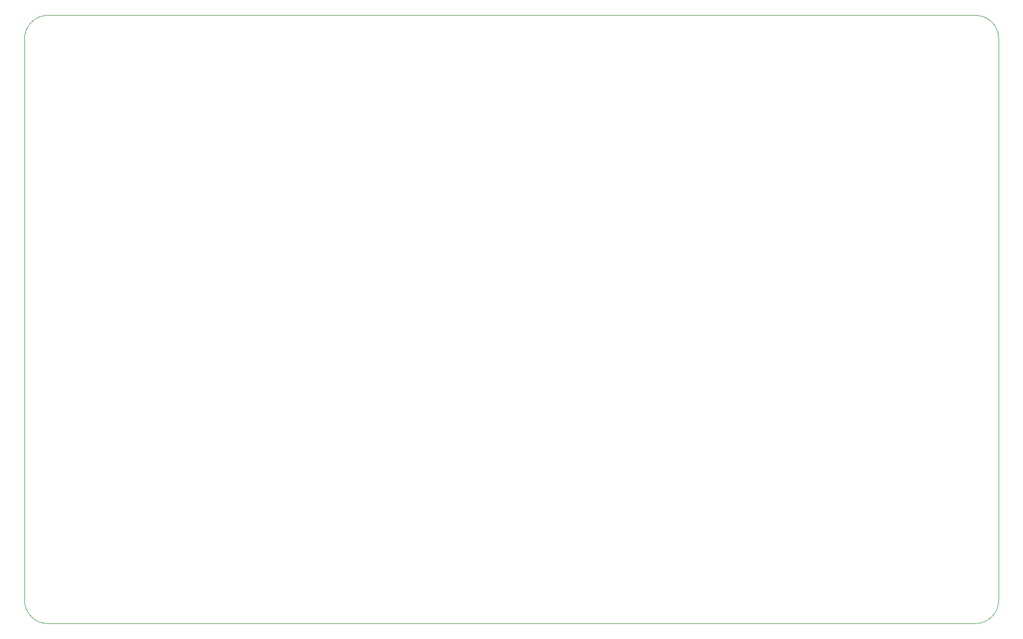
<source format=gbr>
%TF.GenerationSoftware,KiCad,Pcbnew,(5.1.9)-1*%
%TF.CreationDate,2021-04-04T13:29:14+02:00*%
%TF.ProjectId,Rollosteuerung,526f6c6c-6f73-4746-9575-6572756e672e,1.0*%
%TF.SameCoordinates,Original*%
%TF.FileFunction,Profile,NP*%
%FSLAX46Y46*%
G04 Gerber Fmt 4.6, Leading zero omitted, Abs format (unit mm)*
G04 Created by KiCad (PCBNEW (5.1.9)-1) date 2021-04-04 13:29:14*
%MOMM*%
%LPD*%
G01*
G04 APERTURE LIST*
%TA.AperFunction,Profile*%
%ADD10C,0.050000*%
%TD*%
G04 APERTURE END LIST*
D10*
X101600000Y-128270000D02*
G75*
G02*
X97790000Y-124460000I0J3810000D01*
G01*
X97790000Y-33020000D02*
G75*
G02*
X101600000Y-29210000I3810000J0D01*
G01*
X252730000Y-29210000D02*
G75*
G02*
X256540000Y-33020000I0J-3810000D01*
G01*
X256540000Y-124460000D02*
G75*
G02*
X252730000Y-128270000I-3810000J0D01*
G01*
X101600000Y-128270000D02*
X252730000Y-128270000D01*
X97790000Y-33020000D02*
X97790000Y-124460000D01*
X256540000Y-33020000D02*
X256540000Y-124460000D01*
X101600000Y-29210000D02*
X252730000Y-29210000D01*
M02*

</source>
